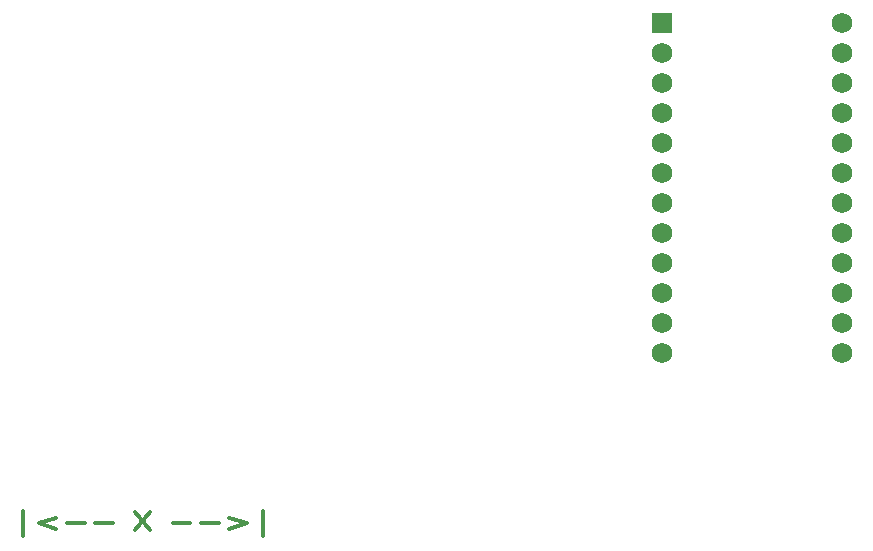
<source format=gbr>
%TF.GenerationSoftware,KiCad,Pcbnew,6.99.0-1.20220203gita970acd.fc35*%
%TF.CreationDate,2022-02-04T17:37:59+01:00*%
%TF.ProjectId,b34rclaw,62333472-636c-4617-972e-6b696361645f,v1.0.0*%
%TF.SameCoordinates,Original*%
%TF.FileFunction,Legend,Bot*%
%TF.FilePolarity,Positive*%
%FSLAX46Y46*%
G04 Gerber Fmt 4.6, Leading zero omitted, Abs format (unit mm)*
G04 Created by KiCad (PCBNEW 6.99.0-1.20220203gita970acd.fc35) date 2022-02-04 17:37:59*
%MOMM*%
%LPD*%
G01*
G04 APERTURE LIST*
%ADD10C,0.300000*%
%ADD11R,1.752600X1.752600*%
%ADD12C,1.752600*%
G04 APERTURE END LIST*
D10*
X201324268Y-149078571D02*
X201324268Y-146935714D01*
X204179220Y-147578571D02*
X202705696Y-148007142D01*
X202705696Y-148007142D02*
X204179220Y-148435714D01*
X205100172Y-148007142D02*
X206573696Y-148007142D01*
X207494648Y-148007142D02*
X208968172Y-148007142D01*
X210865333Y-147078571D02*
X212154667Y-148578571D01*
X212154667Y-147078571D02*
X210865333Y-148578571D01*
X214051828Y-148007142D02*
X215525352Y-148007142D01*
X216446304Y-148007142D02*
X217919828Y-148007142D01*
X218840780Y-147578571D02*
X220314304Y-148007142D01*
X220314304Y-148007142D02*
X218840780Y-148435714D01*
X221695732Y-149078571D02*
X221695732Y-146935714D01*
D11*
%TO.C,MCU1*%
X255449999Y-105659999D03*
D12*
X255450000Y-108200000D03*
X255450000Y-110740000D03*
X255450000Y-113280000D03*
X255450000Y-115820000D03*
X255450000Y-118360000D03*
X255450000Y-120900000D03*
X255450000Y-123440000D03*
X255450000Y-125980000D03*
X255450000Y-128520000D03*
X255450000Y-131060000D03*
X255450000Y-133600000D03*
X270690000Y-105660000D03*
X270690000Y-108200000D03*
X270690000Y-110740000D03*
X270690000Y-113280000D03*
X270690000Y-115820000D03*
X270690000Y-118360000D03*
X270690000Y-120900000D03*
X270690000Y-123440000D03*
X270690000Y-125980000D03*
X270690000Y-128520000D03*
X270690000Y-131060000D03*
X270690000Y-133600000D03*
%TD*%
M02*

</source>
